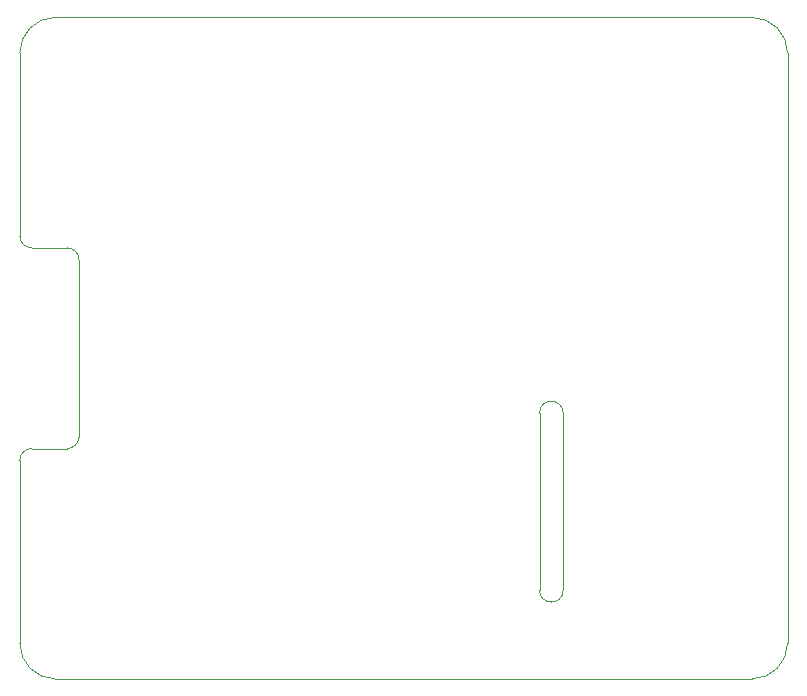
<source format=gbr>
%TF.GenerationSoftware,KiCad,Pcbnew,5.1.5-52549c5~84~ubuntu19.10.1*%
%TF.CreationDate,2020-01-05T17:23:38+01:00*%
%TF.ProjectId,RPi heating control hat,52506920-6865-4617-9469-6e6720636f6e,rev?*%
%TF.SameCoordinates,Original*%
%TF.FileFunction,Profile,NP*%
%FSLAX46Y46*%
G04 Gerber Fmt 4.6, Leading zero omitted, Abs format (unit mm)*
G04 Created by KiCad (PCBNEW 5.1.5-52549c5~84~ubuntu19.10.1) date 2020-01-05 17:23:38*
%MOMM*%
%LPD*%
G04 APERTURE LIST*
%TA.AperFunction,Profile*%
%ADD10C,0.100000*%
%TD*%
G04 APERTURE END LIST*
D10*
%TO.C,J3*%
X124630000Y-109270000D02*
G75*
G02X122630000Y-109270000I-1000000J0D01*
G01*
X122630000Y-94270000D02*
G75*
G02X124630000Y-94270000I1000000J0D01*
G01*
X78630000Y-98270000D02*
G75*
G02X79630000Y-97270000I1000000J0D01*
G01*
X83630000Y-96270000D02*
G75*
G02X82630000Y-97270000I-1000000J0D01*
G01*
X82630000Y-80270000D02*
G75*
G02X83630000Y-81270000I0J-1000000D01*
G01*
X79630000Y-80270000D02*
G75*
G02X78630000Y-79270000I0J1000000D01*
G01*
X78630000Y-63770000D02*
G75*
G02X81630000Y-60770000I3000000J0D01*
G01*
X81630000Y-116770000D02*
G75*
G02X78630000Y-113770000I0J3000000D01*
G01*
X143630000Y-113770000D02*
G75*
G02X140630000Y-116770000I-3000000J0D01*
G01*
X140630000Y-60770000D02*
G75*
G02X143630000Y-63770000I0J-3000000D01*
G01*
X124630000Y-94270000D02*
X124630000Y-109270000D01*
X122630000Y-94270000D02*
X122630000Y-109270000D01*
X79630000Y-97270000D02*
X82630000Y-97270000D01*
X79630000Y-80270000D02*
X82630000Y-80270000D01*
X78630000Y-79270000D02*
X78630000Y-63770000D01*
X83630000Y-96270000D02*
X83630000Y-81270000D01*
X78630000Y-113770000D02*
X78630000Y-98270000D01*
X140630000Y-116770000D02*
X81630000Y-116770000D01*
X143630000Y-63770000D02*
X143630000Y-113770000D01*
X81630000Y-60770000D02*
X140630000Y-60770000D01*
%TD*%
M02*

</source>
